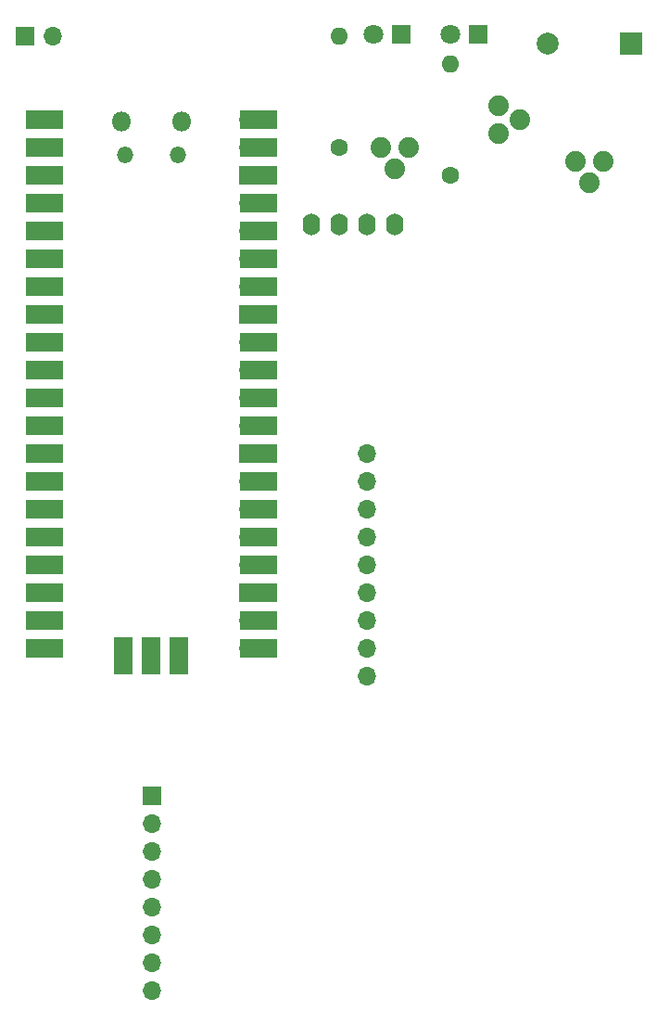
<source format=gbr>
%TF.GenerationSoftware,KiCad,Pcbnew,7.0.10+dfsg-1*%
%TF.CreationDate,2024-02-23T10:47:49+01:00*%
%TF.ProjectId,chibi_v2_1,63686962-695f-4763-925f-312e6b696361,rev?*%
%TF.SameCoordinates,Original*%
%TF.FileFunction,Soldermask,Bot*%
%TF.FilePolarity,Negative*%
%FSLAX46Y46*%
G04 Gerber Fmt 4.6, Leading zero omitted, Abs format (unit mm)*
G04 Created by KiCad (PCBNEW 7.0.10+dfsg-1) date 2024-02-23 10:47:49*
%MOMM*%
%LPD*%
G01*
G04 APERTURE LIST*
%ADD10C,1.600000*%
%ADD11O,1.600000X1.600000*%
%ADD12R,1.800000X1.800000*%
%ADD13C,1.800000*%
%ADD14R,1.700000X1.700000*%
%ADD15O,1.700000X1.700000*%
%ADD16R,2.000000X2.000000*%
%ADD17C,2.000000*%
%ADD18C,1.880400*%
%ADD19O,1.600000X2.000000*%
%ADD20O,1.800000X1.800000*%
%ADD21O,1.500000X1.500000*%
%ADD22R,3.500000X1.700000*%
%ADD23R,1.700000X3.500000*%
G04 APERTURE END LIST*
D10*
%TO.C,R2*%
X134620000Y-50800000D03*
D11*
X134620000Y-40640000D03*
%TD*%
D12*
%TO.C,D1*%
X140315000Y-40410000D03*
D13*
X137775000Y-40410000D03*
%TD*%
D14*
%TO.C,J2*%
X117500000Y-109920000D03*
D15*
X117500000Y-112460000D03*
X117500000Y-115000000D03*
X117500000Y-117540000D03*
X117500000Y-120080000D03*
X117500000Y-122620000D03*
X117500000Y-125160000D03*
X117500000Y-127700000D03*
%TD*%
D12*
%TO.C,D2*%
X147300000Y-40410000D03*
D13*
X144760000Y-40410000D03*
%TD*%
D16*
%TO.C,BZ1*%
X161280000Y-41275000D03*
D17*
X153680000Y-41275000D03*
%TD*%
D10*
%TO.C,R1*%
X144780000Y-53340000D03*
D11*
X144780000Y-43180000D03*
%TD*%
D18*
%TO.C,Q3*%
X149225000Y-49530000D03*
X151130000Y-48260000D03*
X149225000Y-46990000D03*
%TD*%
%TO.C,Q2*%
X138430000Y-50800000D03*
X139700000Y-52705000D03*
X140970000Y-50800000D03*
%TD*%
%TO.C,Q1*%
X156210000Y-52070000D03*
X157480000Y-53975000D03*
X158750000Y-52070000D03*
%TD*%
D19*
%TO.C,Display1*%
X132080000Y-57785000D03*
X134620000Y-57785000D03*
X137160000Y-57785000D03*
X139700000Y-57785000D03*
%TD*%
D14*
%TO.C,J1*%
X105925000Y-40600000D03*
D15*
X108465000Y-40600000D03*
%TD*%
D20*
%TO.C,Pico1*%
X120200000Y-48390000D03*
D21*
X119900000Y-51420000D03*
X115050000Y-51420000D03*
D20*
X114750000Y-48390000D03*
D15*
X126365000Y-48260000D03*
D22*
X127265000Y-48260000D03*
D15*
X126365000Y-50800000D03*
D22*
X127265000Y-50800000D03*
D14*
X126365000Y-53340000D03*
D22*
X127265000Y-53340000D03*
D15*
X126365000Y-55880000D03*
D22*
X127265000Y-55880000D03*
D15*
X126365000Y-58420000D03*
D22*
X127265000Y-58420000D03*
D15*
X126365000Y-60960000D03*
D22*
X127265000Y-60960000D03*
D15*
X126365000Y-63500000D03*
D22*
X127265000Y-63500000D03*
D14*
X126365000Y-66040000D03*
D22*
X127265000Y-66040000D03*
D15*
X126365000Y-68580000D03*
D22*
X127265000Y-68580000D03*
D15*
X126365000Y-71120000D03*
D22*
X127265000Y-71120000D03*
D15*
X126365000Y-73660000D03*
D22*
X127265000Y-73660000D03*
D15*
X126365000Y-76200000D03*
D22*
X127265000Y-76200000D03*
D14*
X126365000Y-78740000D03*
D22*
X127265000Y-78740000D03*
D15*
X126365000Y-81280000D03*
D22*
X127265000Y-81280000D03*
D15*
X126365000Y-83820000D03*
D22*
X127265000Y-83820000D03*
D15*
X126365000Y-86360000D03*
D22*
X127265000Y-86360000D03*
D15*
X126365000Y-88900000D03*
D22*
X127265000Y-88900000D03*
D14*
X126365000Y-91440000D03*
D22*
X127265000Y-91440000D03*
D15*
X126365000Y-93980000D03*
D22*
X127265000Y-93980000D03*
D15*
X126365000Y-96520000D03*
D22*
X127265000Y-96520000D03*
D15*
X108585000Y-96520000D03*
D22*
X107685000Y-96520000D03*
D15*
X108585000Y-93980000D03*
D22*
X107685000Y-93980000D03*
D14*
X108585000Y-91440000D03*
D22*
X107685000Y-91440000D03*
D15*
X108585000Y-88900000D03*
D22*
X107685000Y-88900000D03*
D15*
X108585000Y-86360000D03*
D22*
X107685000Y-86360000D03*
D15*
X108585000Y-83820000D03*
D22*
X107685000Y-83820000D03*
D15*
X108585000Y-81280000D03*
D22*
X107685000Y-81280000D03*
D14*
X108585000Y-78740000D03*
D22*
X107685000Y-78740000D03*
D15*
X108585000Y-76200000D03*
D22*
X107685000Y-76200000D03*
D15*
X108585000Y-73660000D03*
D22*
X107685000Y-73660000D03*
D15*
X108585000Y-71120000D03*
D22*
X107685000Y-71120000D03*
D15*
X108585000Y-68580000D03*
D22*
X107685000Y-68580000D03*
D14*
X108585000Y-66040000D03*
D22*
X107685000Y-66040000D03*
D15*
X108585000Y-63500000D03*
D22*
X107685000Y-63500000D03*
D15*
X108585000Y-60960000D03*
D22*
X107685000Y-60960000D03*
D15*
X108585000Y-58420000D03*
D22*
X107685000Y-58420000D03*
D15*
X108585000Y-55880000D03*
D22*
X107685000Y-55880000D03*
D14*
X108585000Y-53340000D03*
D22*
X107685000Y-53340000D03*
D15*
X108585000Y-50800000D03*
D22*
X107685000Y-50800000D03*
D15*
X108585000Y-48260000D03*
D22*
X107685000Y-48260000D03*
D15*
X120015000Y-96290000D03*
D23*
X120015000Y-97190000D03*
D14*
X117475000Y-96290000D03*
D23*
X117475000Y-97190000D03*
D15*
X114935000Y-96290000D03*
D23*
X114935000Y-97190000D03*
%TD*%
D15*
%TO.C,SDCard1*%
X137160000Y-99060000D03*
X137160000Y-96520000D03*
X137160000Y-93980000D03*
X137160000Y-91440000D03*
X137160000Y-88900000D03*
X137160000Y-86360000D03*
X137160000Y-83820000D03*
X137160000Y-81280000D03*
X137160000Y-78740000D03*
%TD*%
M02*

</source>
